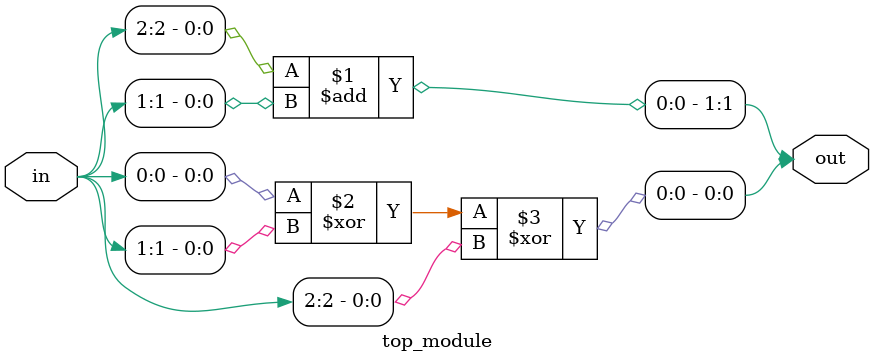
<source format=sv>
module top_module (
    input [2:0] in,
    output [1:0] out
);

    assign out[1] = in[2] + in[1];
    assign out[0] = in[0] ^ in[1] ^ in[2];

endmodule

</source>
